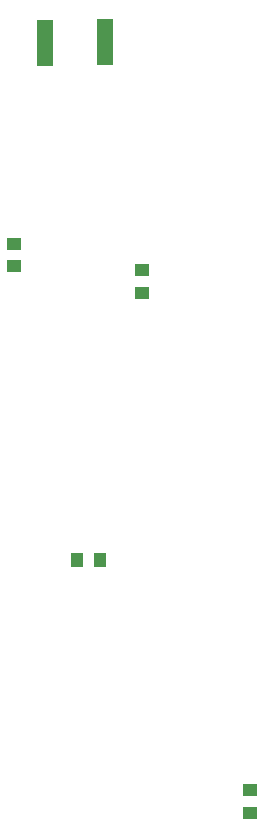
<source format=gbr>
G04 DipTrace 3.0.0.2*
G04 BottomPaste.gbr*
%MOIN*%
G04 #@! TF.FileFunction,Paste,Bot*
G04 #@! TF.Part,Single*
%ADD89R,0.051969X0.151969*%
%ADD117R,0.051181X0.043307*%
%ADD119R,0.043307X0.051181*%
%FSLAX26Y26*%
G04*
G70*
G90*
G75*
G01*
G04 BotPaste*
%LPD*%
D119*
X1149344Y1525328D3*
X1224147D3*
D117*
X1364811Y2491201D3*
Y2416398D3*
X937811Y2578701D3*
Y2503898D3*
X1724672Y683465D3*
Y758268D3*
D89*
X1040551Y3249344D3*
X1240945Y3251312D3*
M02*

</source>
